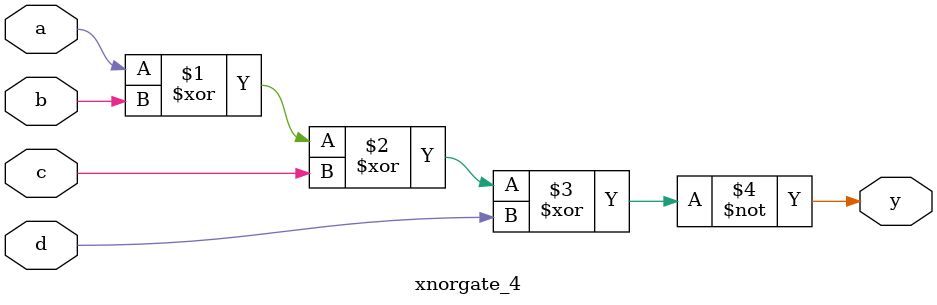
<source format=v>
`timescale 1ns / 1ps
module xnorgate_4(a,b,c,d,y);
input a,b,c,d;
output y;
assign y = ~(a^b^c^d);
endmodule

</source>
